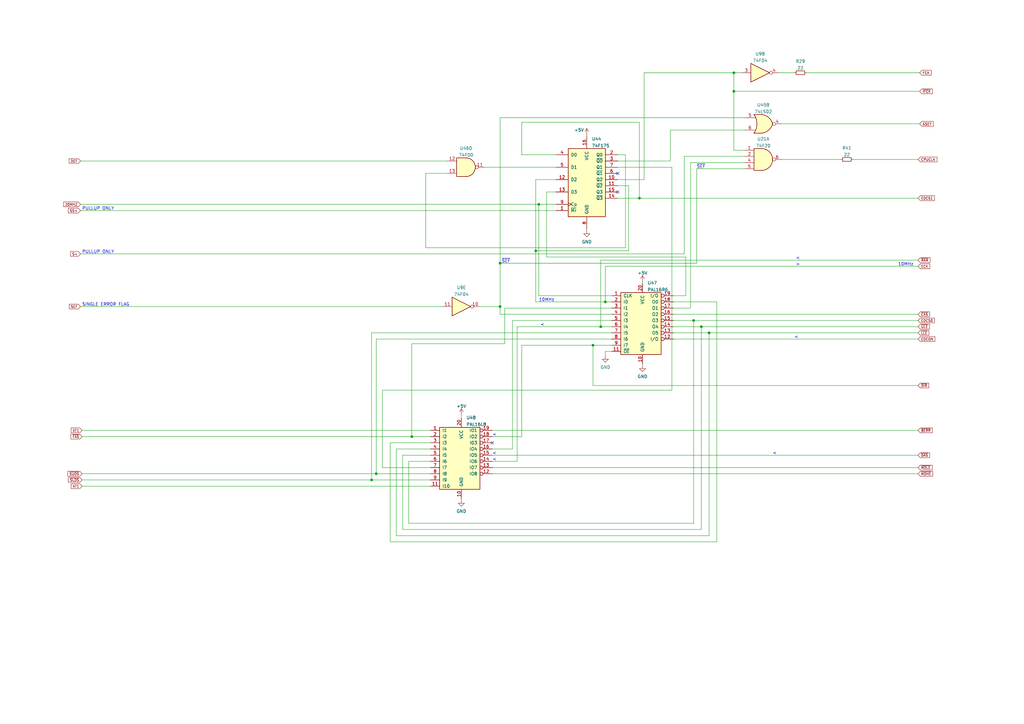
<source format=kicad_sch>
(kicad_sch (version 20211123) (generator eeschema)
  (paper "A3")
  (lib_symbols
    (symbol "74xx:74LS00" (pin_names (offset 1.016))
      (property "Reference" "U" (at 0 1.27 0))
      (property "Value" "74LS00" (at 0 -1.27 0))
      (symbol "74LS00_1_1"
        (arc (start 0 -3.81) (mid 3.81 0) (end 0 3.81) (stroke (width 0.254)) (fill (type background)))
        (polyline (pts (xy 0 3.81) (xy -3.81 3.81) (xy -3.81 -3.81) (xy 0 -3.81)) (stroke (width 0.254)) (fill (type background)))
        (pin input line (at -7.62 2.54 0) (length 3.81) (name "~") (number "1"))
        (pin input line (at -7.62 -2.54 0) (length 3.81) (name "~") (number "2"))
        (pin output inverted (at 7.62 0 180) (length 3.81) (name "~") (number "3"))
      )
      (symbol "74LS00_1_2"
        (arc (start -3.81 -3.81) (mid -2.589 0) (end -3.81 3.81) (stroke (width 0.254)))
        (arc (start -0.6096 -3.81) (mid 2.1842 -2.5851) (end 3.81 0) (stroke (width 0.254)) (fill (type background)))
        (polyline (pts (xy -3.81 -3.81) (xy -0.635 -3.81)) (stroke (width 0.254)) (fill (type background)))
        (polyline (pts (xy -3.81 3.81) (xy -0.635 3.81)) (stroke (width 0.254)) (fill (type background)))
        (polyline (pts (xy -0.635 3.81) (xy -3.81 3.81) (xy -3.81 3.81) (xy -3.556 3.4036) (xy -3.0226 2.2606) (xy -2.6924 1.0414) (xy -2.6162 -0.254) (xy -2.7686 -1.4986) (xy -3.175 -2.7178) (xy -3.81 -3.81) (xy -3.81 -3.81) (xy -0.635 -3.81)) (stroke (width -25.4)) (fill (type background)))
        (arc (start 3.81 0) (mid 2.1915 2.5936) (end -0.6096 3.81) (stroke (width 0.254)) (fill (type background)))
        (pin input inverted (at -7.62 2.54 0) (length 4.318) (name "~") (number "1"))
        (pin input inverted (at -7.62 -2.54 0) (length 4.318) (name "~") (number "2"))
        (pin output line (at 7.62 0 180) (length 3.81) (name "~") (number "3"))
      )
      (symbol "74LS00_2_1"
        (arc (start 0 -3.81) (mid 3.81 0) (end 0 3.81) (stroke (width 0.254)) (fill (type background)))
        (polyline (pts (xy 0 3.81) (xy -3.81 3.81) (xy -3.81 -3.81) (xy 0 -3.81)) (stroke (width 0.254)) (fill (type background)))
        (pin input line (at -7.62 2.54 0) (length 3.81) (name "~") (number "4"))
        (pin input line (at -7.62 -2.54 0) (length 3.81) (name "~") (number "5"))
        (pin output inverted (at 7.62 0 180) (length 3.81) (name "~") (number "6"))
      )
      (symbol "74LS00_2_2"
        (arc (start -3.81 -3.81) (mid -2.589 0) (end -3.81 3.81) (stroke (width 0.254)))
        (arc (start -0.6096 -3.81) (mid 2.1842 -2.5851) (end 3.81 0) (stroke (width 0.254)) (fill (type background)))
        (polyline (pts (xy -3.81 -3.81) (xy -0.635 -3.81)) (stroke (width 0.254)) (fill (type background)))
        (polyline (pts (xy -3.81 3.81) (xy -0.635 3.81)) (stroke (width 0.254)) (fill (type background)))
        (polyline (pts (xy -0.635 3.81) (xy -3.81 3.81) (xy -3.81 3.81) (xy -3.556 3.4036) (xy -3.0226 2.2606) (xy -2.6924 1.0414) (xy -2.6162 -0.254) (xy -2.7686 -1.4986) (xy -3.175 -2.7178) (xy -3.81 -3.81) (xy -3.81 -3.81) (xy -0.635 -3.81)) (stroke (width -25.4)) (fill (type background)))
        (arc (start 3.81 0) (mid 2.1915 2.5936) (end -0.6096 3.81) (stroke (width 0.254)) (fill (type background)))
        (pin input inverted (at -7.62 2.54 0) (length 4.318) (name "~") (number "4"))
        (pin input inverted (at -7.62 -2.54 0) (length 4.318) (name "~") (number "5"))
        (pin output line (at 7.62 0 180) (length 3.81) (name "~") (number "6"))
      )
      (symbol "74LS00_3_1"
        (arc (start 0 -3.81) (mid 3.81 0) (end 0 3.81) (stroke (width 0.254)) (fill (type background)))
        (polyline (pts (xy 0 3.81) (xy -3.81 3.81) (xy -3.81 -3.81) (xy 0 -3.81)) (stroke (width 0.254)) (fill (type background)))
        (pin input line (at -7.62 -2.54 0) (length 3.81) (name "~") (number "10"))
        (pin output inverted (at 7.62 0 180) (length 3.81) (name "~") (number "8"))
        (pin input line (at -7.62 2.54 0) (length 3.81) (name "~") (number "9"))
      )
      (symbol "74LS00_3_2"
        (arc (start -3.81 -3.81) (mid -2.589 0) (end -3.81 3.81) (stroke (width 0.254)))
        (arc (start -0.6096 -3.81) (mid 2.1842 -2.5851) (end 3.81 0) (stroke (width 0.254)) (fill (type background)))
        (polyline (pts (xy -3.81 -3.81) (xy -0.635 -3.81)) (stroke (width 0.254)) (fill (type background)))
        (polyline (pts (xy -3.81 3.81) (xy -0.635 3.81)) (stroke (width 0.254)) (fill (type background)))
        (polyline (pts (xy -0.635 3.81) (xy -3.81 3.81) (xy -3.81 3.81) (xy -3.556 3.4036) (xy -3.0226 2.2606) (xy -2.6924 1.0414) (xy -2.6162 -0.254) (xy -2.7686 -1.4986) (xy -3.175 -2.7178) (xy -3.81 -3.81) (xy -3.81 -3.81) (xy -0.635 -3.81)) (stroke (width -25.4)) (fill (type background)))
        (arc (start 3.81 0) (mid 2.1915 2.5936) (end -0.6096 3.81) (stroke (width 0.254)) (fill (type background)))
        (pin input inverted (at -7.62 -2.54 0) (length 4.318) (name "~") (number "10"))
        (pin output line (at 7.62 0 180) (length 3.81) (name "~") (number "8"))
        (pin input inverted (at -7.62 2.54 0) (length 4.318) (name "~") (number "9"))
      )
      (symbol "74LS00_4_1"
        (arc (start 0 -3.81) (mid 3.81 0) (end 0 3.81) (stroke (width 0.254)) (fill (type background)))
        (polyline (pts (xy 0 3.81) (xy -3.81 3.81) (xy -3.81 -3.81) (xy 0 -3.81)) (stroke (width 0.254)) (fill (type background)))
        (pin output inverted (at 7.62 0 180) (length 3.81) (name "~") (number "11"))
        (pin input line (at -7.62 2.54 0) (length 3.81) (name "~") (number "12"))
        (pin input line (at -7.62 -2.54 0) (length 3.81) (name "~") (number "13"))
      )
      (symbol "74LS00_4_2"
        (arc (start -3.81 -3.81) (mid -2.589 0) (end -3.81 3.81) (stroke (width 0.254)))
        (arc (start -0.6096 -3.81) (mid 2.1842 -2.5851) (end 3.81 0) (stroke (width 0.254)) (fill (type background)))
        (polyline (pts (xy -3.81 -3.81) (xy -0.635 -3.81)) (stroke (width 0.254)) (fill (type background)))
        (polyline (pts (xy -3.81 3.81) (xy -0.635 3.81)) (stroke (width 0.254)) (fill (type background)))
        (polyline (pts (xy -0.635 3.81) (xy -3.81 3.81) (xy -3.81 3.81) (xy -3.556 3.4036) (xy -3.0226 2.2606) (xy -2.6924 1.0414) (xy -2.6162 -0.254) (xy -2.7686 -1.4986) (xy -3.175 -2.7178) (xy -3.81 -3.81) (xy -3.81 -3.81) (xy -0.635 -3.81)) (stroke (width -25.4)) (fill (type background)))
        (arc (start 3.81 0) (mid 2.1915 2.5936) (end -0.6096 3.81) (stroke (width 0.254)) (fill (type background)))
        (pin output line (at 7.62 0 180) (length 3.81) (name "~") (number "11"))
        (pin input inverted (at -7.62 2.54 0) (length 4.318) (name "~") (number "12"))
        (pin input inverted (at -7.62 -2.54 0) (length 4.318) (name "~") (number "13"))
      )
      (symbol "74LS00_5_0"
        (pin power_in line (at 0 12.7 270) (length 5.08) (name "VCC") (number "14"))
        (pin power_in line (at 0 -12.7 90) (length 5.08) (name "GND") (number "7"))
      )
      (symbol "74LS00_5_1"
        (rectangle (start -5.08 7.62) (end 5.08 -7.62) (stroke (width 0.254)) (fill (type background)))
      )
    )
    (symbol "74xx:74LS02" (pin_names (offset 1.016))
      (property "Reference" "U" (at 0 1.27 0))
      (property "Value" "74LS02" (at 0 -1.27 0))
      (symbol "74LS02_1_1"
        (arc (start -3.81 -3.81) (mid -2.589 0) (end -3.81 3.81) (stroke (width 0.254)))
        (arc (start -0.6096 -3.81) (mid 2.1842 -2.5851) (end 3.81 0) (stroke (width 0.254)) (fill (type background)))
        (polyline (pts (xy -3.81 -3.81) (xy -0.635 -3.81)) (stroke (width 0.254)) (fill (type background)))
        (polyline (pts (xy -3.81 3.81) (xy -0.635 3.81)) (stroke (width 0.254)) (fill (type background)))
        (polyline (pts (xy -0.635 3.81) (xy -3.81 3.81) (xy -3.81 3.81) (xy -3.556 3.4036) (xy -3.0226 2.2606) (xy -2.6924 1.0414) (xy -2.6162 -0.254) (xy -2.7686 -1.4986) (xy -3.175 -2.7178) (xy -3.81 -3.81) (xy -3.81 -3.81) (xy -0.635 -3.81)) (stroke (width -25.4)) (fill (type background)))
        (arc (start 3.81 0) (mid 2.1915 2.5936) (end -0.6096 3.81) (stroke (width 0.254)) (fill (type background)))
        (pin output inverted (at 7.62 0 180) (length 3.81) (name "~") (number "1"))
        (pin input line (at -7.62 2.54 0) (length 4.318) (name "~") (number "2"))
        (pin input line (at -7.62 -2.54 0) (length 4.318) (name "~") (number "3"))
      )
      (symbol "74LS02_1_2"
        (arc (start 0 -3.81) (mid 3.81 0) (end 0 3.81) (stroke (width 0.254)) (fill (type background)))
        (polyline (pts (xy 0 3.81) (xy -3.81 3.81) (xy -3.81 -3.81) (xy 0 -3.81)) (stroke (width 0.254)) (fill (type background)))
        (pin output line (at 7.62 0 180) (length 3.81) (name "~") (number "1"))
        (pin input inverted (at -7.62 2.54 0) (length 3.81) (name "~") (number "2"))
        (pin input inverted (at -7.62 -2.54 0) (length 3.81) (name "~") (number "3"))
      )
      (symbol "74LS02_2_1"
        (arc (start -3.81 -3.81) (mid -2.589 0) (end -3.81 3.81) (stroke (width 0.254)))
        (arc (start -0.6096 -3.81) (mid 2.1842 -2.5851) (end 3.81 0) (stroke (width 0.254)) (fill (type background)))
        (polyline (pts (xy -3.81 -3.81) (xy -0.635 -3.81)) (stroke (width 0.254)) (fill (type background)))
        (polyline (pts (xy -3.81 3.81) (xy -0.635 3.81)) (stroke (width 0.254)) (fill (type background)))
        (polyline (pts (xy -0.635 3.81) (xy -3.81 3.81) (xy -3.81 3.81) (xy -3.556 3.4036) (xy -3.0226 2.2606) (xy -2.6924 1.0414) (xy -2.6162 -0.254) (xy -2.7686 -1.4986) (xy -3.175 -2.7178) (xy -3.81 -3.81) (xy -3.81 -3.81) (xy -0.635 -3.81)) (stroke (width -25.4)) (fill (type background)))
        (arc (start 3.81 0) (mid 2.1915 2.5936) (end -0.6096 3.81) (stroke (width 0.254)) (fill (type background)))
        (pin output inverted (at 7.62 0 180) (length 3.81) (name "~") (number "4"))
        (pin input line (at -7.62 2.54 0) (length 4.318) (name "~") (number "5"))
        (pin input line (at -7.62 -2.54 0) (length 4.318) (name "~") (number "6"))
      )
      (symbol "74LS02_2_2"
        (arc (start 0 -3.81) (mid 3.81 0) (end 0 3.81) (stroke (width 0.254)) (fill (type background)))
        (polyline (pts (xy 0 3.81) (xy -3.81 3.81) (xy -3.81 -3.81) (xy 0 -3.81)) (stroke (width 0.254)) (fill (type background)))
        (pin output line (at 7.62 0 180) (length 3.81) (name "~") (number "4"))
        (pin input inverted (at -7.62 2.54 0) (length 3.81) (name "~") (number "5"))
        (pin input inverted (at -7.62 -2.54 0) (length 3.81) (name "~") (number "6"))
      )
      (symbol "74LS02_3_1"
        (arc (start -3.81 -3.81) (mid -2.589 0) (end -3.81 3.81) (stroke (width 0.254)))
        (arc (start -0.6096 -3.81) (mid 2.1842 -2.5851) (end 3.81 0) (stroke (width 0.254)) (fill (type background)))
        (polyline (pts (xy -3.81 -3.81) (xy -0.635 -3.81)) (stroke (width 0.254)) (fill (type background)))
        (polyline (pts (xy -3.81 3.81) (xy -0.635 3.81)) (stroke (width 0.254)) (fill (type background)))
        (polyline (pts (xy -0.635 3.81) (xy -3.81 3.81) (xy -3.81 3.81) (xy -3.556 3.4036) (xy -3.0226 2.2606) (xy -2.6924 1.0414) (xy -2.6162 -0.254) (xy -2.7686 -1.4986) (xy -3.175 -2.7178) (xy -3.81 -3.81) (xy -3.81 -3.81) (xy -0.635 -3.81)) (stroke (width -25.4)) (fill (type background)))
        (arc (start 3.81 0) (mid 2.1915 2.5936) (end -0.6096 3.81) (stroke (width 0.254)) (fill (type background)))
        (pin output inverted (at 7.62 0 180) (length 3.81) (name "~") (number "10"))
        (pin input line (at -7.62 2.54 0) (length 4.318) (name "~") (number "8"))
        (pin input line (at -7.62 -2.54 0) (length 4.318) (name "~") (number "9"))
      )
      (symbol "74LS02_3_2"
        (arc (start 0 -3.81) (mid 3.81 0) (end 0 3.81) (stroke (width 0.254)) (fill (type background)))
        (polyline (pts (xy 0 3.81) (xy -3.81 3.81) (xy -3.81 -3.81) (xy 0 -3.81)) (stroke (width 0.254)) (fill (type background)))
        (pin output line (at 7.62 0 180) (length 3.81) (name "~") (number "10"))
        (pin input inverted (at -7.62 2.54 0) (length 3.81) (name "~") (number "8"))
        (pin input inverted (at -7.62 -2.54 0) (length 3.81) (name "~") (number "9"))
      )
      (symbol "74LS02_4_1"
        (arc (start -3.81 -3.81) (mid -2.589 0) (end -3.81 3.81) (stroke (width 0.254)))
        (arc (start -0.6096 -3.81) (mid 2.1842 -2.5851) (end 3.81 0) (stroke (width 0.254)) (fill (type background)))
        (polyline (pts (xy -3.81 -3.81) (xy -0.635 -3.81)) (stroke (width 0.254)) (fill (type background)))
        (polyline (pts (xy -3.81 3.81) (xy -0.635 3.81)) (stroke (width 0.254)) (fill (type background)))
        (polyline (pts (xy -0.635 3.81) (xy -3.81 3.81) (xy -3.81 3.81) (xy -3.556 3.4036) (xy -3.0226 2.2606) (xy -2.6924 1.0414) (xy -2.6162 -0.254) (xy -2.7686 -1.4986) (xy -3.175 -2.7178) (xy -3.81 -3.81) (xy -3.81 -3.81) (xy -0.635 -3.81)) (stroke (width -25.4)) (fill (type background)))
        (arc (start 3.81 0) (mid 2.1915 2.5936) (end -0.6096 3.81) (stroke (width 0.254)) (fill (type background)))
        (pin input line (at -7.62 2.54 0) (length 4.318) (name "~") (number "11"))
        (pin input line (at -7.62 -2.54 0) (length 4.318) (name "~") (number "12"))
        (pin output inverted (at 7.62 0 180) (length 3.81) (name "~") (number "13"))
      )
      (symbol "74LS02_4_2"
        (arc (start 0 -3.81) (mid 3.81 0) (end 0 3.81) (stroke (width 0.254)) (fill (type background)))
        (polyline (pts (xy 0 3.81) (xy -3.81 3.81) (xy -3.81 -3.81) (xy 0 -3.81)) (stroke (width 0.254)) (fill (type background)))
        (pin input inverted (at -7.62 2.54 0) (length 3.81) (name "~") (number "11"))
        (pin input inverted (at -7.62 -2.54 0) (length 3.81) (name "~") (number "12"))
        (pin output line (at 7.62 0 180) (length 3.81) (name "~") (number "13"))
      )
      (symbol "74LS02_5_0"
        (pin power_in line (at 0 12.7 270) (length 5.08) (name "VCC") (number "14"))
        (pin power_in line (at 0 -12.7 90) (length 5.08) (name "GND") (number "7"))
      )
      (symbol "74LS02_5_1"
        (rectangle (start -5.08 7.62) (end 5.08 -7.62) (stroke (width 0.254)) (fill (type background)))
      )
    )
    (symbol "74xx:74LS04"
      (property "Reference" "U" (at 0 1.27 0))
      (property "Value" "74LS04" (at 0 -1.27 0))
      (symbol "74LS04_1_0"
        (polyline (pts (xy -3.81 3.81) (xy -3.81 -3.81) (xy 3.81 0) (xy -3.81 3.81)) (stroke (width 0.254)) (fill (type background)))
        (pin input line (at -7.62 0 0) (length 3.81) (name "~") (number "1"))
        (pin output inverted (at 7.62 0 180) (length 3.81) (name "~") (number "2"))
      )
      (symbol "74LS04_2_0"
        (polyline (pts (xy -3.81 3.81) (xy -3.81 -3.81) (xy 3.81 0) (xy -3.81 3.81)) (stroke (width 0.254)) (fill (type background)))
        (pin input line (at -7.62 0 0) (length 3.81) (name "~") (number "3"))
        (pin output inverted (at 7.62 0 180) (length 3.81) (name "~") (number "4"))
      )
      (symbol "74LS04_3_0"
        (polyline (pts (xy -3.81 3.81) (xy -3.81 -3.81) (xy 3.81 0) (xy -3.81 3.81)) (stroke (width 0.254)) (fill (type background)))
        (pin input line (at -7.62 0 0) (length 3.81) (name "~") (number "5"))
        (pin output inverted (at 7.62 0 180) (length 3.81) (name "~") (number "6"))
      )
      (symbol "74LS04_4_0"
        (polyline (pts (xy -3.81 3.81) (xy -3.81 -3.81) (xy 3.81 0) (xy -3.81 3.81)) (stroke (width 0.254)) (fill (type background)))
        (pin output inverted (at 7.62 0 180) (length 3.81) (name "~") (number "8"))
        (pin input line (at -7.62 0 0) (length 3.81) (name "~") (number "9"))
      )
      (symbol "74LS04_5_0"
        (polyline (pts (xy -3.81 3.81) (xy -3.81 -3.81) (xy 3.81 0) (xy -3.81 3.81)) (stroke (width 0.254)) (fill (type background)))
        (pin output inverted (at 7.62 0 180) (length 3.81) (name "~") (number "10"))
        (pin input line (at -7.62 0 0) (length 3.81) (name "~") (number "11"))
      )
      (symbol "74LS04_6_0"
        (polyline (pts (xy -3.81 3.81) (xy -3.81 -3.81) (xy 3.81 0) (xy -3.81 3.81)) (stroke (width 0.254)) (fill (type background)))
        (pin output inverted (at 7.62 0 180) (length 3.81) (name "~") (number "12"))
        (pin input line (at -7.62 0 0) (length 3.81) (name "~") (number "13"))
      )
      (symbol "74LS04_7_0"
        (pin power_in line (at 0 12.7 270) (length 5.08) (name "VCC") (number "14"))
        (pin power_in line (at 0 -12.7 90) (length 5.08) (name "GND") (number "7"))
      )
      (symbol "74LS04_7_1"
        (rectangle (start -5.08 7.62) (end 5.08 -7.62) (stroke (width 0.254)) (fill (type background)))
      )
    )
    (symbol "74xx:74LS175" (pin_names (offset 1.016))
      (property "Reference" "U" (at -7.62 13.97 0))
      (property "Value" "74LS175" (at -7.62 -16.51 0))
      (symbol "74LS175_1_0"
        (pin input line (at -12.7 -12.7 0) (length 5.08) (name "~{Mr}") (number "1"))
        (pin output line (at 12.7 0 180) (length 5.08) (name "Q2") (number "10"))
        (pin output line (at 12.7 -2.54 180) (length 5.08) (name "~{Q2}") (number "11"))
        (pin input line (at -12.7 0 0) (length 5.08) (name "D2") (number "12"))
        (pin input line (at -12.7 -5.08 0) (length 5.08) (name "D3") (number "13"))
        (pin output line (at 12.7 -7.62 180) (length 5.08) (name "~{Q3}") (number "14"))
        (pin output line (at 12.7 -5.08 180) (length 5.08) (name "Q3") (number "15"))
        (pin power_in line (at 0 17.78 270) (length 5.08) (name "VCC") (number "16"))
        (pin output line (at 12.7 10.16 180) (length 5.08) (name "Q0") (number "2"))
        (pin output line (at 12.7 7.62 180) (length 5.08) (name "~{Q0}") (number "3"))
        (pin input line (at -12.7 10.16 0) (length 5.08) (name "D0") (number "4"))
        (pin input line (at -12.7 5.08 0) (length 5.08) (name "D1") (number "5"))
        (pin output line (at 12.7 2.54 180) (length 5.08) (name "~{Q1}") (number "6"))
        (pin output line (at 12.7 5.08 180) (length 5.08) (name "Q1") (number "7"))
        (pin power_in line (at 0 -20.32 90) (length 5.08) (name "GND") (number "8"))
        (pin input clock (at -12.7 -10.16 0) (length 5.08) (name "Cp") (number "9"))
      )
      (symbol "74LS175_1_1"
        (rectangle (start -7.62 12.7) (end 7.62 -15.24) (stroke (width 0.254)) (fill (type background)))
      )
    )
    (symbol "74xx:74LS20" (pin_names (offset 1.016))
      (property "Reference" "U" (at 0 1.27 0))
      (property "Value" "74LS20" (at 0 -1.27 0))
      (symbol "74LS20_1_1"
        (arc (start -0.635 -4.445) (mid 3.81 0) (end -0.635 4.445) (stroke (width 0.254)) (fill (type background)))
        (polyline (pts (xy -0.635 4.445) (xy -3.81 4.445) (xy -3.81 -4.445) (xy -0.635 -4.445)) (stroke (width 0.254)) (fill (type background)))
        (pin input line (at -7.62 3.81 0) (length 3.81) (name "~") (number "1"))
        (pin input line (at -7.62 1.27 0) (length 3.81) (name "~") (number "2"))
        (pin input line (at -7.62 -1.27 0) (length 3.81) (name "~") (number "4"))
        (pin input line (at -7.62 -3.81 0) (length 3.81) (name "~") (number "5"))
        (pin output inverted (at 7.62 0 180) (length 3.81) (name "~") (number "6"))
      )
      (symbol "74LS20_1_2"
        (arc (start -3.81 -4.445) (mid -2.5908 0) (end -3.81 4.445) (stroke (width 0.254)))
        (arc (start -0.6096 -4.445) (mid 2.2246 -2.8422) (end 3.81 0) (stroke (width 0.254)) (fill (type background)))
        (polyline (pts (xy -3.81 -4.445) (xy -0.635 -4.445)) (stroke (width 0.254)) (fill (type background)))
        (polyline (pts (xy -3.81 4.445) (xy -0.635 4.445)) (stroke (width 0.254)) (fill (type background)))
        (polyline (pts (xy -0.635 4.445) (xy -3.81 4.445) (xy -3.81 4.445) (xy -3.6322 4.0894) (xy -3.0988 2.921) (xy -2.7686 1.6764) (xy -2.6162 0.4318) (xy -2.6416 -0.8636) (xy -2.8702 -2.1082) (xy -3.2512 -3.3274) (xy -3.81 -4.445) (xy -3.81 -4.445) (xy -0.635 -4.445)) (stroke (width -25.4)) (fill (type background)))
        (arc (start 3.81 0) (mid 2.2204 2.8379) (end -0.6096 4.445) (stroke (width 0.254)) (fill (type background)))
        (pin input inverted (at -7.62 3.81 0) (length 3.81) (name "~") (number "1"))
        (pin input inverted (at -7.62 1.27 0) (length 4.826) (name "~") (number "2"))
        (pin input inverted (at -7.62 -1.27 0) (length 4.826) (name "~") (number "4"))
        (pin input inverted (at -7.62 -3.81 0) (length 3.81) (name "~") (number "5"))
        (pin output line (at 7.62 0 180) (length 3.81) (name "~") (number "6"))
      )
      (symbol "74LS20_2_1"
        (arc (start -0.635 -4.445) (mid 3.81 0) (end -0.635 4.445) (stroke (width 0.254)) (fill (type background)))
        (polyline (pts (xy -0.635 4.445) (xy -3.81 4.445) (xy -3.81 -4.445) (xy -0.635 -4.445)) (stroke (width 0.254)) (fill (type background)))
        (pin input line (at -7.62 1.27 0) (length 3.81) (name "~") (number "10"))
        (pin input line (at -7.62 -1.27 0) (length 3.81) (name "~") (number "12"))
        (pin input line (at -7.62 -3.81 0) (length 3.81) (name "~") (number "13"))
        (pin output inverted (at 7.62 0 180) (length 3.81) (name "~") (number "8"))
        (pin input line (at -7.62 3.81 0) (length 3.81) (name "~") (number "9"))
      )
      (symbol "74LS20_2_2"
        (arc (start -3.81 -4.445) (mid -2.5908 0) (end -3.81 4.445) (stroke (width 0.254)))
        (arc (start -0.6096 -4.445) (mid 2.2246 -2.8422) (end 3.81 0) (stroke (width 0.254)) (fill (type background)))
        (polyline (pts (xy -3.81 -4.445) (xy -0.635 -4.445)) (stroke (width 0.254)) (fill (type background)))
        (polyline (pts (xy -3.81 4.445) (xy -0.635 4.445)) (stroke (width 0.254)) (fill (type background)))
        (polyline (pts (xy -0.635 4.445) (xy -3.81 4.445) (xy -3.81 4.445) (xy -3.6322 4.0894) (xy -3.0988 2.921) (xy -2.7686 1.6764) (xy -2.6162 0.4318) (xy -2.6416 -0.8636) (xy -2.8702 -2.1082) (xy -3.2512 -3.3274) (xy -3.81 -4.445) (xy -3.81 -4.445) (xy -0.635 -4.445)) (stroke (width -25.4)) (fill (type background)))
        (arc (start 3.81 0) (mid 2.2204 2.8379) (end -0.6096 4.445) (stroke (width 0.254)) (fill (type background)))
        (pin input inverted (at -7.62 1.27 0) (length 4.826) (name "~") (number "10"))
        (pin input inverted (at -7.62 -1.27 0) (length 4.826) (name "~") (number "12"))
        (pin input inverted (at -7.62 -3.81 0) (length 3.81) (name "~") (number "13"))
        (pin output line (at 7.62 0 180) (length 3.81) (name "~") (number "8"))
        (pin input inverted (at -7.62 3.81 0) (length 3.81) (name "~") (number "9"))
      )
      (symbol "74LS20_3_0"
        (pin power_in line (at 0 12.7 270) (length 5.08) (name "VCC") (number "14"))
        (pin power_in line (at 0 -12.7 90) (length 5.08) (name "GND") (number "7"))
      )
      (symbol "74LS20_3_1"
        (rectangle (start -5.08 7.62) (end 5.08 -7.62) (stroke (width 0.254)) (fill (type background)))
      )
    )
    (symbol "Device:R_Small" (pin_numbers hide) (pin_names (offset 0.254) hide)
      (property "Reference" "R" (at 0.762 0.508 0))
      (property "Value" "R_Small" (at 0.762 -1.016 0))
      (symbol "R_Small_0_1"
        (rectangle (start -0.762 1.778) (end 0.762 -1.778) (stroke (width 0.2032)))
      )
      (symbol "R_Small_1_1"
        (pin passive line (at 0 2.54 270) (length 0.762) (name "~") (number "1"))
        (pin passive line (at 0 -2.54 90) (length 0.762) (name "~") (number "2"))
      )
    )
    (symbol "Logic_Programmable:PAL16L8" (pin_names (offset 1.016))
      (property "Reference" "U" (at -8.89 16.51 0))
      (property "Value" "PAL16L8" (at 1.27 16.51 0))
      (symbol "PAL16L8_0_0"
        (pin power_in line (at 0 -15.24 90) (length 3.81) (name "GND") (number "10"))
        (pin power_in line (at 0 17.78 270) (length 3.81) (name "VCC") (number "20"))
      )
      (symbol "PAL16L8_0_1"
        (rectangle (start -8.89 13.97) (end 7.62 -11.43) (stroke (width 0.254)) (fill (type background)))
      )
      (symbol "PAL16L8_1_1"
        (pin input line (at -12.7 12.7 0) (length 3.81) (name "I1") (number "1"))
        (pin input line (at -12.7 -10.16 0) (length 3.81) (name "I10") (number "11"))
        (pin tri_state inverted (at 12.7 -5.08 180) (length 5.08) (name "IO8") (number "12"))
        (pin tri_state inverted (at 12.7 -2.54 180) (length 5.08) (name "IO7") (number "13"))
        (pin tri_state inverted (at 12.7 0 180) (length 5.08) (name "IO6") (number "14"))
        (pin tri_state inverted (at 12.7 2.54 180) (length 5.08) (name "IO5") (number "15"))
        (pin tri_state inverted (at 12.7 5.08 180) (length 5.08) (name "IO4") (number "16"))
        (pin tri_state inverted (at 12.7 7.62 180) (length 5.08) (name "I03") (number "17"))
        (pin tri_state inverted (at 12.7 10.16 180) (length 5.08) (name "IO2") (number "18"))
        (pin tri_state inverted (at 12.7 12.7 180) (length 5.08) (name "IO1") (number "19"))
        (pin input line (at -12.7 10.16 0) (length 3.81) (name "I2") (number "2"))
        (pin input line (at -12.7 7.62 0) (length 3.81) (name "I3") (number "3"))
        (pin input line (at -12.7 5.08 0) (length 3.81) (name "I4") (number "4"))
        (pin input line (at -12.7 2.54 0) (length 3.81) (name "I5") (number "5"))
        (pin input line (at -12.7 0 0) (length 3.81) (name "I6") (number "6"))
        (pin input line (at -12.7 -2.54 0) (length 3.81) (name "I7") (number "7"))
        (pin input line (at -12.7 -5.08 0) (length 3.81) (name "I8") (number "8"))
        (pin input line (at -12.7 -7.62 0) (length 3.81) (name "I9") (number "9"))
      )
    )
    (symbol "power:+5V" (power) (pin_names (offset 0))
      (property "Value" "+5V" (at 0 3.556 0))
      (symbol "+5V_0_1"
        (polyline (pts (xy -0.762 1.27) (xy 0 2.54)))
        (polyline (pts (xy 0 0) (xy 0 2.54)))
        (polyline (pts (xy 0 2.54) (xy 0.762 1.27)))
      )
      (symbol "+5V_1_1"
        (pin power_in line (at 0 0 90) (length 0) hide (name "+5V") (number "1"))
      )
    )
    (symbol "power:GND" (power) (pin_names (offset 0))
      (property "Value" "GND" (at 0 -3.81 0))
      (symbol "GND_0_1"
        (polyline (pts (xy 0 0) (xy 0 -1.27) (xy 1.27 -1.27) (xy 0 -2.54) (xy -1.27 -1.27) (xy 0 -1.27)))
      )
      (symbol "GND_1_1"
        (pin power_in line (at 0 0 270) (length 0) hide (name "GND") (number "1"))
      )
    )
    (symbol "x37:PAL16R6" (pin_names (offset 1.016))
      (property "Reference" "U" (at -8.89 16.51 0))
      (property "Value" "PAL16R6" (at 1.27 16.51 0))
      (symbol "PAL16R6_0_0"
        (pin power_in line (at 0 -15.24 90) (length 3.81) (name "GND") (number "10"))
        (pin power_in line (at 0 17.78 270) (length 3.81) (name "VCC") (number "20"))
      )
      (symbol "PAL16R6_0_1"
        (rectangle (start -8.89 13.97) (end 7.62 -11.43) (stroke (width 0.254)) (fill (type background)))
      )
      (symbol "PAL16R6_1_1"
        (pin input line (at -12.7 12.7 0) (length 3.81) (name "CLK") (number "1"))
        (pin input line (at -12.7 -10.16 0) (length 3.81) (name "~{OE}") (number "11"))
        (pin tri_state inverted (at 12.7 -5.08 180) (length 5.08) (name "I/O") (number "12"))
        (pin tri_state inverted (at 12.7 -2.54 180) (length 5.08) (name "O5") (number "13"))
        (pin tri_state inverted (at 12.7 0 180) (length 5.08) (name "O4") (number "14"))
        (pin tri_state inverted (at 12.7 2.54 180) (length 5.08) (name "O3") (number "15"))
        (pin tri_state inverted (at 12.7 5.08 180) (length 5.08) (name "O2") (number "16"))
        (pin tri_state inverted (at 12.7 7.62 180) (length 5.08) (name "O1") (number "17"))
        (pin tri_state inverted (at 12.7 10.16 180) (length 5.08) (name "O0") (number "18"))
        (pin tri_state inverted (at 12.7 12.7 180) (length 5.08) (name "I/O") (number "19"))
        (pin input line (at -12.7 10.16 0) (length 3.81) (name "I0") (number "2"))
        (pin input line (at -12.7 7.62 0) (length 3.81) (name "I1") (number "3"))
        (pin input line (at -12.7 5.08 0) (length 3.81) (name "I2") (number "4"))
        (pin input line (at -12.7 2.54 0) (length 3.81) (name "I3") (number "5"))
        (pin input line (at -12.7 0 0) (length 3.81) (name "I4") (number "6"))
        (pin input line (at -12.7 -2.54 0) (length 3.81) (name "I5") (number "7"))
        (pin input line (at -12.7 -5.08 0) (length 3.81) (name "I6") (number "8"))
        (pin input line (at -12.7 -7.62 0) (length 3.81) (name "I7") (number "9"))
      )
    )
  )
  (junction (at 205.105 107.95))
  (junction (at 300.99 37.465))
  (junction (at 205.105 125.73))
  (junction (at 300.99 29.845))
  (junction (at 246.38 133.985))
  (junction (at 284.48 131.445))
  (junction (at 168.91 179.07))
  (junction (at 290.83 136.525))
  (junction (at 243.205 141.605))
  (junction (at 287.655 133.985))
  (junction (at 220.98 83.82))
  (junction (at 248.285 123.825))
  (junction (at 154.305 194.31))
  (junction (at 219.71 102.87))
  (junction (at 152.4 196.85))
  (junction (at 262.255 81.28))
  (no_connect (at 253.365 71.12))
  (no_connect (at 253.365 78.74))
  (no_connect (at 201.93 181.61))
  (wire (pts (xy 154.305 194.31) (xy 154.305 139.065)))
  (wire (pts (xy 33.02 83.82) (xy 220.98 83.82)))
  (wire (pts (xy 213.995 141.605) (xy 213.995 179.07)))
  (wire (pts (xy 227.965 73.66) (xy 219.71 73.66)))
  (wire (pts (xy 248.285 109.22) (xy 376.555 109.22)))
  (wire (pts (xy 33.655 179.07) (xy 168.91 179.07)))
  (wire (pts (xy 304.165 29.845) (xy 300.99 29.845)))
  (wire (pts (xy 243.205 141.605) (xy 250.825 141.605)))
  (wire (pts (xy 33.655 194.31) (xy 154.305 194.31)))
  (wire (pts (xy 284.48 131.445) (xy 376.555 131.445)))
  (wire (pts (xy 156.845 160.02) (xy 156.845 191.77)))
  (wire (pts (xy 205.105 107.95) (xy 205.105 125.73)))
  (wire (pts (xy 227.965 78.74) (xy 224.155 78.74)))
  (wire (pts (xy 219.71 102.87) (xy 219.71 123.825)))
  (wire (pts (xy 189.23 170.18) (xy 189.23 171.45)))
  (wire (pts (xy 219.71 123.825) (xy 248.285 123.825)))
  (wire (pts (xy 220.98 121.285) (xy 250.825 121.285)))
  (wire (pts (xy 240.665 93.98) (xy 240.665 94.615)))
  (wire (pts (xy 212.09 133.985) (xy 212.09 189.23)))
  (wire (pts (xy 240.665 55.245) (xy 240.665 55.88)))
  (wire (pts (xy 274.955 66.04) (xy 274.955 53.34)))
  (wire (pts (xy 212.09 133.985) (xy 246.38 133.985)))
  (wire (pts (xy 33.02 86.36) (xy 227.965 86.36)))
  (wire (pts (xy 198.755 68.58) (xy 227.965 68.58)))
  (wire (pts (xy 183.515 71.12) (xy 174.625 71.12)))
  (wire (pts (xy 262.255 81.28) (xy 376.555 81.28)))
  (wire (pts (xy 201.93 184.15) (xy 210.185 184.15)))
  (wire (pts (xy 174.625 71.12) (xy 174.625 101.6)))
  (wire (pts (xy 253.365 68.58) (xy 275.59 68.58)))
  (wire (pts (xy 201.93 179.07) (xy 213.995 179.07)))
  (wire (pts (xy 33.655 196.85) (xy 152.4 196.85)))
  (wire (pts (xy 276.225 128.905) (xy 376.555 128.905)))
  (wire (pts (xy 287.655 217.17) (xy 287.655 133.985)))
  (wire (pts (xy 212.09 189.23) (xy 201.93 189.23)))
  (wire (pts (xy 201.93 194.31) (xy 376.555 194.31)))
  (wire (pts (xy 33.02 66.04) (xy 183.515 66.04)))
  (wire (pts (xy 376.555 106.68) (xy 246.38 106.68)))
  (wire (pts (xy 349.885 65.405) (xy 376.555 65.405)))
  (wire (pts (xy 156.845 191.77) (xy 176.53 191.77)))
  (wire (pts (xy 176.53 189.23) (xy 167.64 189.23)))
  (wire (pts (xy 283.21 126.365) (xy 283.21 66.675)))
  (wire (pts (xy 250.825 128.905) (xy 205.105 128.905)))
  (wire (pts (xy 285.75 107.95) (xy 285.75 69.215)))
  (wire (pts (xy 189.23 204.47) (xy 189.23 205.105)))
  (wire (pts (xy 224.155 105.41) (xy 281.305 105.41)))
  (wire (pts (xy 162.56 219.71) (xy 290.83 219.71)))
  (wire (pts (xy 300.99 61.595) (xy 305.435 61.595)))
  (wire (pts (xy 290.83 219.71) (xy 290.83 136.525)))
  (wire (pts (xy 256.54 63.5) (xy 253.365 63.5)))
  (wire (pts (xy 201.93 176.53) (xy 376.555 176.53)))
  (wire (pts (xy 300.99 37.465) (xy 300.99 61.595)))
  (wire (pts (xy 300.99 29.845) (xy 300.99 37.465)))
  (wire (pts (xy 33.655 199.39) (xy 176.53 199.39)))
  (wire (pts (xy 152.4 136.525) (xy 250.825 136.525)))
  (wire (pts (xy 257.81 76.2) (xy 253.365 76.2)))
  (wire (pts (xy 205.105 128.905) (xy 205.105 125.73)))
  (wire (pts (xy 300.99 37.465) (xy 377.19 37.465)))
  (wire (pts (xy 257.81 102.87) (xy 257.81 76.2)))
  (wire (pts (xy 176.53 194.31) (xy 154.305 194.31)))
  (wire (pts (xy 305.435 48.26) (xy 205.105 48.26)))
  (wire (pts (xy 219.71 102.87) (xy 257.81 102.87)))
  (wire (pts (xy 165.1 217.17) (xy 287.655 217.17)))
  (wire (pts (xy 33.655 176.53) (xy 176.53 176.53)))
  (wire (pts (xy 294.005 222.25) (xy 294.005 123.825)))
  (wire (pts (xy 256.54 101.6) (xy 256.54 63.5)))
  (wire (pts (xy 201.93 186.69) (xy 376.555 186.69)))
  (wire (pts (xy 167.64 189.23) (xy 167.64 214.63)))
  (wire (pts (xy 274.955 53.34) (xy 305.435 53.34)))
  (wire (pts (xy 276.225 133.985) (xy 287.655 133.985)))
  (wire (pts (xy 205.105 125.73) (xy 196.85 125.73)))
  (wire (pts (xy 253.365 73.66) (xy 264.16 73.66)))
  (wire (pts (xy 207.01 126.365) (xy 207.01 140.97)))
  (wire (pts (xy 219.71 73.66) (xy 219.71 102.87)))
  (wire (pts (xy 213.995 63.5) (xy 213.995 50.165)))
  (wire (pts (xy 243.205 141.605) (xy 243.205 158.115)))
  (wire (pts (xy 154.305 139.065) (xy 250.825 139.065)))
  (wire (pts (xy 280.67 104.14) (xy 33.02 104.14)))
  (wire (pts (xy 276.225 136.525) (xy 290.83 136.525)))
  (wire (pts (xy 213.995 50.165) (xy 262.255 50.165)))
  (wire (pts (xy 284.48 214.63) (xy 284.48 131.445)))
  (wire (pts (xy 276.225 126.365) (xy 283.21 126.365)))
  (wire (pts (xy 248.285 146.05) (xy 248.285 144.145)))
  (wire (pts (xy 220.98 83.82) (xy 227.965 83.82)))
  (wire (pts (xy 248.285 123.825) (xy 248.285 109.22)))
  (wire (pts (xy 210.185 131.445) (xy 250.825 131.445)))
  (wire (pts (xy 220.98 83.82) (xy 220.98 121.285)))
  (wire (pts (xy 176.53 184.15) (xy 162.56 184.15)))
  (wire (pts (xy 246.38 133.985) (xy 250.825 133.985)))
  (wire (pts (xy 330.835 29.845) (xy 377.19 29.845)))
  (wire (pts (xy 246.38 106.68) (xy 246.38 133.985)))
  (wire (pts (xy 168.91 140.97) (xy 207.01 140.97)))
  (wire (pts (xy 165.1 186.69) (xy 165.1 217.17)))
  (wire (pts (xy 285.75 69.215) (xy 305.435 69.215)))
  (wire (pts (xy 285.75 107.95) (xy 205.105 107.95)))
  (wire (pts (xy 213.995 63.5) (xy 227.965 63.5)))
  (wire (pts (xy 181.61 125.73) (xy 33.02 125.73)))
  (wire (pts (xy 281.305 121.285) (xy 276.225 121.285)))
  (wire (pts (xy 224.155 78.74) (xy 224.155 105.41)))
  (wire (pts (xy 168.91 179.07) (xy 176.53 179.07)))
  (wire (pts (xy 280.67 64.135) (xy 280.67 104.14)))
  (wire (pts (xy 248.285 123.825) (xy 250.825 123.825)))
  (wire (pts (xy 276.225 131.445) (xy 284.48 131.445)))
  (wire (pts (xy 263.525 115.57) (xy 263.525 116.205)))
  (wire (pts (xy 305.435 64.135) (xy 280.67 64.135)))
  (wire (pts (xy 250.825 126.365) (xy 207.01 126.365)))
  (wire (pts (xy 162.56 184.15) (xy 162.56 219.71)))
  (wire (pts (xy 213.995 141.605) (xy 243.205 141.605)))
  (wire (pts (xy 167.64 214.63) (xy 284.48 214.63)))
  (wire (pts (xy 210.185 184.15) (xy 210.185 131.445)))
  (wire (pts (xy 248.285 144.145) (xy 250.825 144.145)))
  (wire (pts (xy 152.4 196.85) (xy 176.53 196.85)))
  (wire (pts (xy 152.4 136.525) (xy 152.4 196.85)))
  (wire (pts (xy 320.675 50.8) (xy 377.19 50.8)))
  (wire (pts (xy 276.225 139.065) (xy 376.555 139.065)))
  (wire (pts (xy 290.83 136.525) (xy 376.555 136.525)))
  (wire (pts (xy 253.365 66.04) (xy 274.955 66.04)))
  (wire (pts (xy 201.93 191.77) (xy 376.555 191.77)))
  (wire (pts (xy 160.02 222.25) (xy 294.005 222.25)))
  (wire (pts (xy 243.205 158.115) (xy 376.555 158.115)))
  (wire (pts (xy 275.59 68.58) (xy 275.59 160.02)))
  (wire (pts (xy 176.53 186.69) (xy 165.1 186.69)))
  (wire (pts (xy 160.02 181.61) (xy 160.02 222.25)))
  (wire (pts (xy 275.59 160.02) (xy 156.845 160.02)))
  (wire (pts (xy 176.53 181.61) (xy 160.02 181.61)))
  (wire (pts (xy 283.21 66.675) (xy 305.435 66.675)))
  (wire (pts (xy 174.625 101.6) (xy 256.54 101.6)))
  (wire (pts (xy 264.16 29.845) (xy 300.99 29.845)))
  (wire (pts (xy 264.16 29.845) (xy 264.16 73.66)))
  (wire (pts (xy 276.225 123.825) (xy 294.005 123.825)))
  (wire (pts (xy 205.105 48.26) (xy 205.105 107.95)))
  (wire (pts (xy 262.255 81.28) (xy 253.365 81.28)))
  (wire (pts (xy 263.525 149.225) (xy 263.525 149.86)))
  (wire (pts (xy 320.675 65.405) (xy 344.805 65.405)))
  (wire (pts (xy 319.405 29.845) (xy 325.755 29.845)))
  (wire (pts (xy 168.91 140.97) (xy 168.91 179.07)))
  (wire (pts (xy 281.305 105.41) (xy 281.305 121.285)))
  (wire (pts (xy 262.255 50.165) (xy 262.255 81.28)))
  (wire (pts (xy 287.655 133.985) (xy 376.555 133.985)))
  (text "<" (at 221.615 133.985 0) (effects (font (size 1.27 1.27)) (justify left bottom)))
  (text ">" (at 326.39 109.22 0) (effects (font (size 1.27 1.27)) (justify left bottom)))
  (text "<" (at 201.93 186.69 0) (effects (font (size 1.27 1.27)) (justify left bottom)))
  (text "PULLUP ONLY" (at 33.655 86.36 0) (effects (font (size 1.27 1.27)) (justify left bottom)))
  (text "<" (at 326.39 106.68 0) (effects (font (size 1.27 1.27)) (justify left bottom)))
  (text "10MHz" (at 368.3 109.22 0) (effects (font (size 1.27 1.27)) (justify left bottom)))
  (text "SINGLE ERROR FLAG" (at 33.655 125.73 0) (effects (font (size 1.27 1.27)) (justify left bottom)))
  (text "<" (at 201.93 179.07 0) (effects (font (size 1.27 1.27)) (justify left bottom)))
  (text "<" (at 325.755 139.065 0) (effects (font (size 1.27 1.27)) (justify left bottom)))
  (text "<" (at 201.93 189.23 0) (effects (font (size 1.27 1.27)) (justify left bottom)))
  (text "PULLUP ONLY" (at 33.655 104.14 0) (effects (font (size 1.27 1.27)) (justify left bottom)))
  (text "<" (at 316.865 186.69 0) (effects (font (size 1.27 1.27)) (justify left bottom)))
  (text "~{SEF}" (at 285.75 69.215 0) (effects (font (size 1.27 1.27)) (justify left bottom)))
  (text "~{SEF}" (at 205.74 107.95 0) (effects (font (size 1.27 1.27)) (justify left bottom)))
  (text "10MHz" (at 220.98 123.825 0) (effects (font (size 1.27 1.27)) (justify left bottom)))
  (global_label "~{SUDS}" (shape input) (at 33.655 194.31 180) (effects (font (size 1 1))) (property "Intersheet References" "${INTERSHEET_REFS}" (effects hide)))
  (global_label "SS+" (shape input) (at 33.02 86.36 180) (effects (font (size 1 1))) (property "Intersheet References" "${INTERSHEET_REFS}" (effects hide)))
  (global_label "EDCON" (shape input) (at 376.555 139.065 0) (effects (font (size 1 1))) (property "Intersheet References" "${INTERSHEET_REFS}" (effects hide)))
  (global_label "~{SLDS}" (shape input) (at 33.655 196.85 180) (effects (font (size 1 1))) (property "Intersheet References" "${INTERSHEET_REFS}" (effects hide)))
  (global_label "FCK" (shape input) (at 377.19 29.845 0) (effects (font (size 1 1))) (property "Intersheet References" "${INTERSHEET_REFS}" (effects hide)))
  (global_label "~{CAS}" (shape input) (at 376.555 128.905 0) (effects (font (size 1 1))) (property "Intersheet References" "${INTERSHEET_REFS}" (effects hide)))
  (global_label "~{DAS}" (shape input) (at 376.555 186.69 0) (effects (font (size 1 1))) (property "Intersheet References" "${INTERSHEET_REFS}" (effects hide)))
  (global_label "~{IFCK}" (shape input) (at 377.19 37.465 0) (effects (font (size 1 1))) (property "Intersheet References" "${INTERSHEET_REFS}" (effects hide)))
  (global_label "~{RAM}" (shape input) (at 376.555 106.68 0) (effects (font (size 1 1))) (property "Intersheet References" "${INTERSHEET_REFS}" (effects hide)))
  (global_label "EDCS0" (shape input) (at 376.555 131.445 0) (effects (font (size 1 1))) (property "Intersheet References" "${INTERSHEET_REFS}" (effects hide)))
  (global_label "GSEF" (shape input) (at 377.19 50.8 0) (effects (font (size 1 1))) (property "Intersheet References" "${INTERSHEET_REFS}" (effects hide)))
  (global_label "SEF" (shape input) (at 33.02 125.73 180) (effects (font (size 1 1))) (property "Intersheet References" "${INTERSHEET_REFS}" (effects hide)))
  (global_label "~{LLE}" (shape input) (at 376.555 136.525 0) (effects (font (size 1 1))) (property "Intersheet References" "${INTERSHEET_REFS}" (effects hide)))
  (global_label "~{DIR}" (shape input) (at 376.555 158.115 0) (effects (font (size 1 1))) (property "Intersheet References" "${INTERSHEET_REFS}" (effects hide)))
  (global_label "ECK" (shape input) (at 376.555 109.22 0) (effects (font (size 1 1))) (property "Intersheet References" "${INTERSHEET_REFS}" (effects hide)))
  (global_label "S+" (shape input) (at 33.02 104.14 180) (effects (font (size 1 1))) (property "Intersheet References" "${INTERSHEET_REFS}" (effects hide)))
  (global_label "AT1" (shape input) (at 33.655 199.39 180) (effects (font (size 1 1))) (property "Intersheet References" "${INTERSHEET_REFS}" (effects hide)))
  (global_label "~{BERR}" (shape input) (at 376.555 176.53 0) (effects (font (size 1 1))) (property "Intersheet References" "${INTERSHEET_REFS}" (effects hide)))
  (global_label "AT1" (shape input) (at 33.655 176.53 180) (effects (font (size 1 1))) (property "Intersheet References" "${INTERSHEET_REFS}" (effects hide)))
  (global_label "~{MDLE}" (shape input) (at 376.555 191.77 0) (effects (font (size 1 1))) (property "Intersheet References" "${INTERSHEET_REFS}" (effects hide)))
  (global_label "EDCS1" (shape input) (at 376.555 81.28 0) (effects (font (size 1 1))) (property "Intersheet References" "${INTERSHEET_REFS}" (effects hide)))
  (global_label "~{FAS}" (shape input) (at 33.655 179.07 180) (effects (font (size 1 1))) (property "Intersheet References" "${INTERSHEET_REFS}" (effects hide)))
  (global_label "~{ULE}" (shape input) (at 376.555 133.985 0) (effects (font (size 1 1))) (property "Intersheet References" "${INTERSHEET_REFS}" (effects hide)))
  (global_label "CPUCLK" (shape input) (at 376.555 65.405 0) (effects (font (size 1 1))) (property "Intersheet References" "${INTERSHEET_REFS}" (effects hide)))
  (global_label "DEF" (shape input) (at 33.02 66.04 180) (effects (font (size 1 1))) (property "Intersheet References" "${INTERSHEET_REFS}" (effects hide)))
  (global_label "~{MDHE}" (shape input) (at 376.555 194.31 0) (effects (font (size 1 1))) (property "Intersheet References" "${INTERSHEET_REFS}" (effects hide)))
  (global_label "20MHZ" (shape input) (at 33.02 83.82 180) (effects (font (size 1 1))) (property "Intersheet References" "${INTERSHEET_REFS}" (effects hide)))
  (symbol (lib_id "Logic_Programmable:PAL16L8") (at 189.23 189.23 0) (unit 1)
    (property "Reference" "U48" (at 191.2494 171.2935 0) (effects (justify left)))
    (property "Value" "PAL16L8" (at 191.2494 174.0686 0) (effects (justify left)))
    (property "Footprint" "Package_DIP:DIP-20_W7.62mm" (effects hide))
  )
  (symbol (lib_id "74xx:74LS04") (at 189.23 125.73 0) (unit 5)
    (property "Reference" "U9" (at 189.23 117.9535 0))
    (property "Value" "74F04" (at 189.23 120.7286 0))
    (property "Footprint" "Package_DIP:DIP-14_W7.62mm" (effects hide))
    (property "Datasheet" "http://www.ti.com/lit/gpn/sn74LS04" (effects hide))
  )
  (symbol (lib_id "power:GND") (at 189.23 205.105 0) (unit 1)
    (property "Reference" "#PWR0195" (effects hide))
    (property "Value" "GND" (at 189.23 209.6675 0))
  )
  (symbol (lib_id "power:+5V") (at 189.23 170.18 0) (unit 1)
    (property "Reference" "#PWR0196" (effects hide))
    (property "Value" "+5V" (at 189.23 166.5755 0))
  )
  (symbol (lib_id "x37:PAL16R6") (at 263.525 133.985 0) (unit 1)
    (property "Reference" "U47" (at 265.5444 116.0485 0) (effects (justify left)))
    (property "Value" "PAL16R6" (at 265.5444 118.8236 0) (effects (justify left)))
    (property "Footprint" "Package_DIP:DIP-20_W7.62mm" (effects hide))
  )
  (symbol (lib_id "74xx:74LS04") (at 311.785 29.845 0) (unit 2)
    (property "Reference" "U9" (at 311.785 22.0685 0))
    (property "Value" "74F04" (at 311.785 24.8436 0))
    (property "Footprint" "Package_DIP:DIP-14_W7.62mm" (effects hide))
    (property "Datasheet" "http://www.ti.com/lit/gpn/sn74LS04" (effects hide))
  )
  (symbol (lib_id "74xx:74LS20") (at 313.055 65.405 0) (unit 1)
    (property "Reference" "U21" (at 313.055 56.9935 0))
    (property "Value" "74F20" (at 313.055 59.7686 0))
    (property "Footprint" "Package_DIP:DIP-14_W7.62mm" (effects hide))
    (property "Datasheet" "http://www.ti.com/lit/gpn/sn74LS20" (effects hide))
  )
  (symbol (lib_id "Device:R_Small") (at 347.345 65.405 90) (unit 1)
    (property "Reference" "R41" (at 347.345 60.7019 90))
    (property "Value" "22" (at 347.345 63.477 90))
    (property "Footprint" "Resistor_SMD:R_0402_1005Metric" (effects hide))
  )
  (symbol (lib_id "74xx:74LS02") (at 313.055 50.8 0) (unit 2)
    (property "Reference" "U45" (at 313.055 43.0235 0))
    (property "Value" "74LS02" (at 313.055 45.7986 0))
    (property "Footprint" "Package_DIP:DIP-14_W7.62mm" (effects hide))
    (property "Datasheet" "http://www.ti.com/lit/gpn/sn74ls02" (effects hide))
  )
  (symbol (lib_id "power:GND") (at 263.525 149.86 0) (unit 1)
    (property "Reference" "#PWR0194" (effects hide))
    (property "Value" "GND" (at 263.525 154.4225 0))
  )
  (symbol (lib_id "74xx:74LS00") (at 191.135 68.58 0) (unit 4)
    (property "Reference" "U46" (at 191.135 60.8035 0))
    (property "Value" "74F00" (at 191.135 63.5786 0))
    (property "Footprint" "Package_DIP:DIP-14_W7.62mm" (effects hide))
    (property "Datasheet" "http://www.ti.com/lit/gpn/sn74ls00" (effects hide))
  )
  (symbol (lib_id "Device:R_Small") (at 328.295 29.845 90) (unit 1)
    (property "Reference" "R29" (at 328.295 25.1419 90))
    (property "Value" "22" (at 328.295 27.917 90))
    (property "Footprint" "Resistor_SMD:R_0402_1005Metric" (effects hide))
  )
  (symbol (lib_id "power:GND") (at 248.285 146.05 0) (unit 1)
    (property "Reference" "#PWR0193" (effects hide))
    (property "Value" "GND" (at 248.285 150.6125 0))
  )
  (symbol (lib_id "power:+5V") (at 240.665 55.245 0) (unit 1)
    (property "Reference" "#PWR0191" (effects hide))
    (property "Value" "+5V" (at 237.49 53.34 0))
  )
  (symbol (lib_id "power:+5V") (at 263.525 115.57 0) (unit 1)
    (property "Reference" "#PWR0190" (effects hide))
    (property "Value" "+5V" (at 263.525 111.9655 0))
  )
  (symbol (lib_id "74xx:74LS175") (at 240.665 73.66 0) (unit 1)
    (property "Reference" "U44" (at 242.6844 56.9935 0) (effects (justify left)))
    (property "Value" "74F175" (at 242.6844 59.7686 0) (effects (justify left)))
    (property "Footprint" "Package_DIP:DIP-16_W7.62mm" (effects hide))
    (property "Datasheet" "http://www.ti.com/lit/gpn/sn74LS175" (effects hide))
  )
  (symbol (lib_id "power:GND") (at 240.665 94.615 0) (unit 1)
    (property "Reference" "#PWR0192" (effects hide))
    (property "Value" "GND" (at 240.665 99.1775 0))
  )
)
</source>
